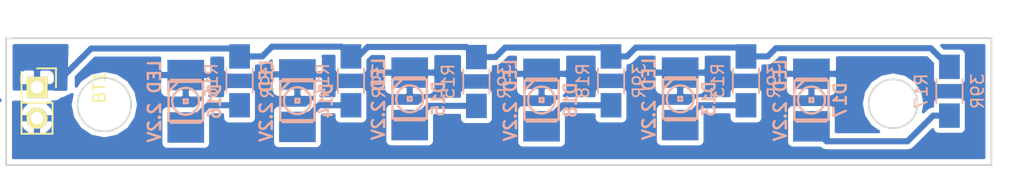
<source format=kicad_pcb>
(kicad_pcb (version 4) (host pcbnew "(2014-jul-16 BZR unknown)-product")

  (general
    (links 18)
    (no_connects 0)
    (area 116.225 86.75 200.150001 101.100001)
    (thickness 1.6)
    (drawings 8)
    (tracks 48)
    (zones 0)
    (modules 13)
    (nets 9)
  )

  (page A4)
  (layers
    (0 F.Cu signal)
    (31 B.Cu signal)
    (32 B.Adhes user)
    (33 F.Adhes user)
    (34 B.Paste user)
    (35 F.Paste user)
    (36 B.SilkS user)
    (37 F.SilkS user)
    (38 B.Mask user)
    (39 F.Mask user)
    (40 Dwgs.User user)
    (41 Cmts.User user)
    (42 Eco1.User user)
    (43 Eco2.User user)
    (44 Edge.Cuts user)
    (45 Margin user)
    (46 B.CrtYd user)
    (47 F.CrtYd user)
    (48 B.Fab user)
    (49 F.Fab user)
  )

  (setup
    (last_trace_width 0.254)
    (user_trace_width 0.5)
    (trace_clearance 0.254)
    (zone_clearance 0.4064)
    (zone_45_only no)
    (trace_min 0.254)
    (segment_width 0.2)
    (edge_width 0.15)
    (via_size 0.889)
    (via_drill 0.635)
    (via_min_size 0.889)
    (via_min_drill 0.508)
    (uvia_size 0.508)
    (uvia_drill 0.127)
    (uvias_allowed no)
    (uvia_min_size 0.508)
    (uvia_min_drill 0.127)
    (pcb_text_width 0.3)
    (pcb_text_size 1 1)
    (mod_edge_width 0.15)
    (mod_text_size 1 1)
    (mod_text_width 0.15)
    (pad_size 2 1.7)
    (pad_drill 0)
    (pad_to_mask_clearance 0)
    (aux_axis_origin 0 0)
    (visible_elements FFFCEF7F)
    (pcbplotparams
      (layerselection 0x00030_80000001)
      (usegerberextensions false)
      (excludeedgelayer true)
      (linewidth 0.350000)
      (plotframeref false)
      (viasonmask false)
      (mode 1)
      (useauxorigin false)
      (hpglpennumber 1)
      (hpglpenspeed 20)
      (hpglpendiameter 15)
      (hpglpenoverlay 2)
      (psnegative false)
      (psa4output false)
      (plotreference true)
      (plotvalue true)
      (plotinvisibletext false)
      (padsonsilk false)
      (subtractmaskfromsilk false)
      (outputformat 1)
      (mirror false)
      (drillshape 1)
      (scaleselection 1)
      (outputdirectory ""))
  )

  (net 0 "")
  (net 1 VCC)
  (net 2 GND)
  (net 3 "Net-(D13-Pad1)")
  (net 4 "Net-(D14-Pad1)")
  (net 5 "Net-(D15-Pad1)")
  (net 6 "Net-(D16-Pad1)")
  (net 7 "Net-(D17-Pad1)")
  (net 8 "Net-(D18-Pad1)")

  (net_class Default "This is the default net class."
    (clearance 0.254)
    (trace_width 0.254)
    (via_dia 0.889)
    (via_drill 0.635)
    (uvia_dia 0.508)
    (uvia_drill 0.127)
  )

  (net_class Parek ""
    (clearance 0.4)
    (trace_width 0.5)
    (via_dia 0.889)
    (via_drill 0.635)
    (uvia_dia 0.508)
    (uvia_drill 0.127)
    (add_net GND)
    (add_net "Net-(D13-Pad1)")
    (add_net "Net-(D14-Pad1)")
    (add_net "Net-(D15-Pad1)")
    (add_net "Net-(D16-Pad1)")
    (add_net "Net-(D17-Pad1)")
    (add_net "Net-(D18-Pad1)")
    (add_net VCC)
  )

  (module Pin_Headers:Pin_Header_Straight_2x01 placed (layer F.Cu) (tedit 54EC6FFC) (tstamp 54ECE03F)
    (at 119.25 93.95 270)
    (descr "Through hole pin header")
    (tags "pin header")
    (path /54EC7022)
    (fp_text reference BT1 (at 0 -5.1 270) (layer F.SilkS)
      (effects (font (size 1 1) (thickness 0.15)))
    )
    (fp_text value BATTERY (at 0 -3.1 270) (layer F.SilkS) hide
      (effects (font (size 1 1) (thickness 0.15)))
    )
    (fp_line (start -1.75 -1.75) (end -1.75 1.75) (layer F.CrtYd) (width 0.05))
    (fp_line (start 4.3 -1.75) (end 4.3 1.75) (layer F.CrtYd) (width 0.05))
    (fp_line (start -1.75 -1.75) (end 4.3 -1.75) (layer F.CrtYd) (width 0.05))
    (fp_line (start -1.75 1.75) (end 4.3 1.75) (layer F.CrtYd) (width 0.05))
    (fp_line (start -1.55 0) (end -1.55 -1.55) (layer F.SilkS) (width 0.15))
    (fp_line (start 0 -1.55) (end -1.55 -1.55) (layer F.SilkS) (width 0.15))
    (fp_line (start -1.27 1.27) (end 1.27 1.27) (layer F.SilkS) (width 0.15))
    (fp_line (start 3.81 -1.27) (end 1.27 -1.27) (layer F.SilkS) (width 0.15))
    (fp_line (start 1.27 -1.27) (end 1.27 1.27) (layer F.SilkS) (width 0.15))
    (fp_line (start 1.27 1.27) (end 3.81 1.27) (layer F.SilkS) (width 0.15))
    (fp_line (start 3.81 1.27) (end 3.81 -1.27) (layer F.SilkS) (width 0.15))
    (pad 1 thru_hole rect (at 0 0 270) (size 1.7272 1.7272) (drill 1.016) (layers *.Cu *.Mask F.SilkS)
      (net 1 VCC))
    (pad 2 thru_hole oval (at 2.54 0 270) (size 1.7272 1.7272) (drill 1.016) (layers *.Cu *.Mask F.SilkS)
      (net 2 GND))
    (model Pin_Headers/Pin_Header_Straight_2x01.wrl
      (at (xyz 0.05 0 0))
      (scale (xyz 1 1 1))
      (rotate (xyz 0 0 90))
    )
  )

  (module "Parek modules:LED-3528" placed (layer B.Cu) (tedit 54E3AD8C) (tstamp 54EC7037)
    (at 171.8 94.9 90)
    (path /54E11C35)
    (fp_text reference D13 (at 0 2.35 90) (layer B.SilkS)
      (effects (font (size 1 1) (thickness 0.2)) (justify mirror))
    )
    (fp_text value "LED 2.2V" (at 0 -2.55 90) (layer B.SilkS)
      (effects (font (size 1 1) (thickness 0.2)) (justify mirror))
    )
    (fp_line (start -0.15 0.15) (end -0.15 -0.15) (layer B.SilkS) (width 0.2))
    (fp_line (start -0.15 -0.15) (end 0.15 -0.15) (layer B.SilkS) (width 0.2))
    (fp_line (start 0.15 -0.15) (end 0.15 0.15) (layer B.SilkS) (width 0.2))
    (fp_line (start 0.15 0.15) (end -0.15 0.15) (layer B.SilkS) (width 0.2))
    (fp_line (start 1.6 -0.6) (end 0.8 -1.4) (layer B.SilkS) (width 0.2))
    (fp_circle (center 0 0) (end 0 1.1) (layer B.SilkS) (width 0.2))
    (fp_line (start 1.6 1.2) (end 1.75 1.2) (layer B.SilkS) (width 0.2))
    (fp_line (start 1.75 1.2) (end 1.75 -1.2) (layer B.SilkS) (width 0.2))
    (fp_line (start 1.75 -1.2) (end 1.6 -1.2) (layer B.SilkS) (width 0.2))
    (fp_line (start -1.6 1.2) (end -1.75 1.2) (layer B.SilkS) (width 0.2))
    (fp_line (start -1.75 1.2) (end -1.75 -1.2) (layer B.SilkS) (width 0.2))
    (fp_line (start -1.75 -1.2) (end -1.6 -1.2) (layer B.SilkS) (width 0.2))
    (fp_line (start -1.6 1.4) (end 1.6 1.4) (layer B.SilkS) (width 0.2))
    (fp_line (start 1.6 1.4) (end 1.6 -1.4) (layer B.SilkS) (width 0.2))
    (fp_line (start 1.6 -1.4) (end -1.6 -1.4) (layer B.SilkS) (width 0.2))
    (fp_line (start -1.6 -1.4) (end -1.6 1.4) (layer B.SilkS) (width 0.2))
    (pad 1 smd rect (at -2.15 0 90) (size 2.5 3) (layers B.Cu B.Paste B.Mask)
      (net 3 "Net-(D13-Pad1)"))
    (pad 2 smd rect (at 2.15 0 90) (size 2.5 3) (layers B.Cu B.Paste B.Mask)
      (net 2 GND))
  )

  (module "Parek modules:LED-3528" placed (layer B.Cu) (tedit 54E3AD8C) (tstamp 54EC703D)
    (at 140.525 95.05 90)
    (path /54E11913)
    (fp_text reference D14 (at 0 2.35 90) (layer B.SilkS)
      (effects (font (size 1 1) (thickness 0.2)) (justify mirror))
    )
    (fp_text value "LED 2.2V" (at 0 -2.55 90) (layer B.SilkS)
      (effects (font (size 1 1) (thickness 0.2)) (justify mirror))
    )
    (fp_line (start -0.15 0.15) (end -0.15 -0.15) (layer B.SilkS) (width 0.2))
    (fp_line (start -0.15 -0.15) (end 0.15 -0.15) (layer B.SilkS) (width 0.2))
    (fp_line (start 0.15 -0.15) (end 0.15 0.15) (layer B.SilkS) (width 0.2))
    (fp_line (start 0.15 0.15) (end -0.15 0.15) (layer B.SilkS) (width 0.2))
    (fp_line (start 1.6 -0.6) (end 0.8 -1.4) (layer B.SilkS) (width 0.2))
    (fp_circle (center 0 0) (end 0 1.1) (layer B.SilkS) (width 0.2))
    (fp_line (start 1.6 1.2) (end 1.75 1.2) (layer B.SilkS) (width 0.2))
    (fp_line (start 1.75 1.2) (end 1.75 -1.2) (layer B.SilkS) (width 0.2))
    (fp_line (start 1.75 -1.2) (end 1.6 -1.2) (layer B.SilkS) (width 0.2))
    (fp_line (start -1.6 1.2) (end -1.75 1.2) (layer B.SilkS) (width 0.2))
    (fp_line (start -1.75 1.2) (end -1.75 -1.2) (layer B.SilkS) (width 0.2))
    (fp_line (start -1.75 -1.2) (end -1.6 -1.2) (layer B.SilkS) (width 0.2))
    (fp_line (start -1.6 1.4) (end 1.6 1.4) (layer B.SilkS) (width 0.2))
    (fp_line (start 1.6 1.4) (end 1.6 -1.4) (layer B.SilkS) (width 0.2))
    (fp_line (start 1.6 -1.4) (end -1.6 -1.4) (layer B.SilkS) (width 0.2))
    (fp_line (start -1.6 -1.4) (end -1.6 1.4) (layer B.SilkS) (width 0.2))
    (pad 1 smd rect (at -2.15 0 90) (size 2.5 3) (layers B.Cu B.Paste B.Mask)
      (net 4 "Net-(D14-Pad1)"))
    (pad 2 smd rect (at 2.15 0 90) (size 2.5 3) (layers B.Cu B.Paste B.Mask)
      (net 2 GND))
  )

  (module "Parek modules:LED-3528" placed (layer B.Cu) (tedit 54E3AD8C) (tstamp 54EC7043)
    (at 149.7 94.9 90)
    (path /54E11D0D)
    (fp_text reference D15 (at 0 2.35 90) (layer B.SilkS)
      (effects (font (size 1 1) (thickness 0.2)) (justify mirror))
    )
    (fp_text value "LED 2.2V" (at 0 -2.55 90) (layer B.SilkS)
      (effects (font (size 1 1) (thickness 0.2)) (justify mirror))
    )
    (fp_line (start -0.15 0.15) (end -0.15 -0.15) (layer B.SilkS) (width 0.2))
    (fp_line (start -0.15 -0.15) (end 0.15 -0.15) (layer B.SilkS) (width 0.2))
    (fp_line (start 0.15 -0.15) (end 0.15 0.15) (layer B.SilkS) (width 0.2))
    (fp_line (start 0.15 0.15) (end -0.15 0.15) (layer B.SilkS) (width 0.2))
    (fp_line (start 1.6 -0.6) (end 0.8 -1.4) (layer B.SilkS) (width 0.2))
    (fp_circle (center 0 0) (end 0 1.1) (layer B.SilkS) (width 0.2))
    (fp_line (start 1.6 1.2) (end 1.75 1.2) (layer B.SilkS) (width 0.2))
    (fp_line (start 1.75 1.2) (end 1.75 -1.2) (layer B.SilkS) (width 0.2))
    (fp_line (start 1.75 -1.2) (end 1.6 -1.2) (layer B.SilkS) (width 0.2))
    (fp_line (start -1.6 1.2) (end -1.75 1.2) (layer B.SilkS) (width 0.2))
    (fp_line (start -1.75 1.2) (end -1.75 -1.2) (layer B.SilkS) (width 0.2))
    (fp_line (start -1.75 -1.2) (end -1.6 -1.2) (layer B.SilkS) (width 0.2))
    (fp_line (start -1.6 1.4) (end 1.6 1.4) (layer B.SilkS) (width 0.2))
    (fp_line (start 1.6 1.4) (end 1.6 -1.4) (layer B.SilkS) (width 0.2))
    (fp_line (start 1.6 -1.4) (end -1.6 -1.4) (layer B.SilkS) (width 0.2))
    (fp_line (start -1.6 -1.4) (end -1.6 1.4) (layer B.SilkS) (width 0.2))
    (pad 1 smd rect (at -2.15 0 90) (size 2.5 3) (layers B.Cu B.Paste B.Mask)
      (net 5 "Net-(D15-Pad1)"))
    (pad 2 smd rect (at 2.15 0 90) (size 2.5 3) (layers B.Cu B.Paste B.Mask)
      (net 2 GND))
  )

  (module "Parek modules:LED-3528" placed (layer B.Cu) (tedit 54E3AD8C) (tstamp 54EC7049)
    (at 131.4 95.1 90)
    (path /54E11D01)
    (fp_text reference D16 (at 0 2.35 90) (layer B.SilkS)
      (effects (font (size 1 1) (thickness 0.2)) (justify mirror))
    )
    (fp_text value "LED 2.2V" (at 0 -2.55 90) (layer B.SilkS)
      (effects (font (size 1 1) (thickness 0.2)) (justify mirror))
    )
    (fp_line (start -0.15 0.15) (end -0.15 -0.15) (layer B.SilkS) (width 0.2))
    (fp_line (start -0.15 -0.15) (end 0.15 -0.15) (layer B.SilkS) (width 0.2))
    (fp_line (start 0.15 -0.15) (end 0.15 0.15) (layer B.SilkS) (width 0.2))
    (fp_line (start 0.15 0.15) (end -0.15 0.15) (layer B.SilkS) (width 0.2))
    (fp_line (start 1.6 -0.6) (end 0.8 -1.4) (layer B.SilkS) (width 0.2))
    (fp_circle (center 0 0) (end 0 1.1) (layer B.SilkS) (width 0.2))
    (fp_line (start 1.6 1.2) (end 1.75 1.2) (layer B.SilkS) (width 0.2))
    (fp_line (start 1.75 1.2) (end 1.75 -1.2) (layer B.SilkS) (width 0.2))
    (fp_line (start 1.75 -1.2) (end 1.6 -1.2) (layer B.SilkS) (width 0.2))
    (fp_line (start -1.6 1.2) (end -1.75 1.2) (layer B.SilkS) (width 0.2))
    (fp_line (start -1.75 1.2) (end -1.75 -1.2) (layer B.SilkS) (width 0.2))
    (fp_line (start -1.75 -1.2) (end -1.6 -1.2) (layer B.SilkS) (width 0.2))
    (fp_line (start -1.6 1.4) (end 1.6 1.4) (layer B.SilkS) (width 0.2))
    (fp_line (start 1.6 1.4) (end 1.6 -1.4) (layer B.SilkS) (width 0.2))
    (fp_line (start 1.6 -1.4) (end -1.6 -1.4) (layer B.SilkS) (width 0.2))
    (fp_line (start -1.6 -1.4) (end -1.6 1.4) (layer B.SilkS) (width 0.2))
    (pad 1 smd rect (at -2.15 0 90) (size 2.5 3) (layers B.Cu B.Paste B.Mask)
      (net 6 "Net-(D16-Pad1)"))
    (pad 2 smd rect (at 2.15 0 90) (size 2.5 3) (layers B.Cu B.Paste B.Mask)
      (net 2 GND))
  )

  (module "Parek modules:LED-3528" placed (layer B.Cu) (tedit 54E3AD8C) (tstamp 54EC704F)
    (at 182.525 95 90)
    (path /54E11DF1)
    (fp_text reference D17 (at 0 2.35 90) (layer B.SilkS)
      (effects (font (size 1 1) (thickness 0.2)) (justify mirror))
    )
    (fp_text value "LED 2.2V" (at 0 -2.55 90) (layer B.SilkS)
      (effects (font (size 1 1) (thickness 0.2)) (justify mirror))
    )
    (fp_line (start -0.15 0.15) (end -0.15 -0.15) (layer B.SilkS) (width 0.2))
    (fp_line (start -0.15 -0.15) (end 0.15 -0.15) (layer B.SilkS) (width 0.2))
    (fp_line (start 0.15 -0.15) (end 0.15 0.15) (layer B.SilkS) (width 0.2))
    (fp_line (start 0.15 0.15) (end -0.15 0.15) (layer B.SilkS) (width 0.2))
    (fp_line (start 1.6 -0.6) (end 0.8 -1.4) (layer B.SilkS) (width 0.2))
    (fp_circle (center 0 0) (end 0 1.1) (layer B.SilkS) (width 0.2))
    (fp_line (start 1.6 1.2) (end 1.75 1.2) (layer B.SilkS) (width 0.2))
    (fp_line (start 1.75 1.2) (end 1.75 -1.2) (layer B.SilkS) (width 0.2))
    (fp_line (start 1.75 -1.2) (end 1.6 -1.2) (layer B.SilkS) (width 0.2))
    (fp_line (start -1.6 1.2) (end -1.75 1.2) (layer B.SilkS) (width 0.2))
    (fp_line (start -1.75 1.2) (end -1.75 -1.2) (layer B.SilkS) (width 0.2))
    (fp_line (start -1.75 -1.2) (end -1.6 -1.2) (layer B.SilkS) (width 0.2))
    (fp_line (start -1.6 1.4) (end 1.6 1.4) (layer B.SilkS) (width 0.2))
    (fp_line (start 1.6 1.4) (end 1.6 -1.4) (layer B.SilkS) (width 0.2))
    (fp_line (start 1.6 -1.4) (end -1.6 -1.4) (layer B.SilkS) (width 0.2))
    (fp_line (start -1.6 -1.4) (end -1.6 1.4) (layer B.SilkS) (width 0.2))
    (pad 1 smd rect (at -2.15 0 90) (size 2.5 3) (layers B.Cu B.Paste B.Mask)
      (net 7 "Net-(D17-Pad1)"))
    (pad 2 smd rect (at 2.15 0 90) (size 2.5 3) (layers B.Cu B.Paste B.Mask)
      (net 2 GND))
  )

  (module "Parek modules:LED-3528" placed (layer B.Cu) (tedit 54E3AD8C) (tstamp 54EC7055)
    (at 160.475 95 90)
    (path /54E11DE5)
    (fp_text reference D18 (at 0 2.35 90) (layer B.SilkS)
      (effects (font (size 1 1) (thickness 0.2)) (justify mirror))
    )
    (fp_text value "LED 2.2V" (at 0 -2.55 90) (layer B.SilkS)
      (effects (font (size 1 1) (thickness 0.2)) (justify mirror))
    )
    (fp_line (start -0.15 0.15) (end -0.15 -0.15) (layer B.SilkS) (width 0.2))
    (fp_line (start -0.15 -0.15) (end 0.15 -0.15) (layer B.SilkS) (width 0.2))
    (fp_line (start 0.15 -0.15) (end 0.15 0.15) (layer B.SilkS) (width 0.2))
    (fp_line (start 0.15 0.15) (end -0.15 0.15) (layer B.SilkS) (width 0.2))
    (fp_line (start 1.6 -0.6) (end 0.8 -1.4) (layer B.SilkS) (width 0.2))
    (fp_circle (center 0 0) (end 0 1.1) (layer B.SilkS) (width 0.2))
    (fp_line (start 1.6 1.2) (end 1.75 1.2) (layer B.SilkS) (width 0.2))
    (fp_line (start 1.75 1.2) (end 1.75 -1.2) (layer B.SilkS) (width 0.2))
    (fp_line (start 1.75 -1.2) (end 1.6 -1.2) (layer B.SilkS) (width 0.2))
    (fp_line (start -1.6 1.2) (end -1.75 1.2) (layer B.SilkS) (width 0.2))
    (fp_line (start -1.75 1.2) (end -1.75 -1.2) (layer B.SilkS) (width 0.2))
    (fp_line (start -1.75 -1.2) (end -1.6 -1.2) (layer B.SilkS) (width 0.2))
    (fp_line (start -1.6 1.4) (end 1.6 1.4) (layer B.SilkS) (width 0.2))
    (fp_line (start 1.6 1.4) (end 1.6 -1.4) (layer B.SilkS) (width 0.2))
    (fp_line (start 1.6 -1.4) (end -1.6 -1.4) (layer B.SilkS) (width 0.2))
    (fp_line (start -1.6 -1.4) (end -1.6 1.4) (layer B.SilkS) (width 0.2))
    (pad 1 smd rect (at -2.15 0 90) (size 2.5 3) (layers B.Cu B.Paste B.Mask)
      (net 8 "Net-(D18-Pad1)"))
    (pad 2 smd rect (at 2.15 0 90) (size 2.5 3) (layers B.Cu B.Paste B.Mask)
      (net 2 GND))
  )

  (module Resistors_SMD:R_1206_HandSoldering (layer B.Cu) (tedit 5418A20D) (tstamp 54EC705B)
    (at 177.175 93.425 270)
    (descr "Resistor SMD 1206, hand soldering")
    (tags "resistor 1206")
    (path /54E11C3B)
    (attr smd)
    (fp_text reference R13 (at 0 2.3 270) (layer B.SilkS)
      (effects (font (size 1 1) (thickness 0.15)) (justify mirror))
    )
    (fp_text value 39R (at 0 -2.3 270) (layer B.SilkS)
      (effects (font (size 1 1) (thickness 0.15)) (justify mirror))
    )
    (fp_line (start -3.3 1.2) (end 3.3 1.2) (layer B.CrtYd) (width 0.05))
    (fp_line (start -3.3 -1.2) (end 3.3 -1.2) (layer B.CrtYd) (width 0.05))
    (fp_line (start -3.3 1.2) (end -3.3 -1.2) (layer B.CrtYd) (width 0.05))
    (fp_line (start 3.3 1.2) (end 3.3 -1.2) (layer B.CrtYd) (width 0.05))
    (fp_line (start 1 -1.075) (end -1 -1.075) (layer B.SilkS) (width 0.15))
    (fp_line (start -1 1.075) (end 1 1.075) (layer B.SilkS) (width 0.15))
    (pad 1 smd rect (at -2 0 270) (size 2 1.7) (layers B.Cu B.Paste B.Mask)
      (net 1 VCC))
    (pad 2 smd rect (at 2 0 270) (size 2 1.7) (layers B.Cu B.Paste B.Mask)
      (net 3 "Net-(D13-Pad1)"))
    (model Resistors_SMD/R_1206_HandSoldering.wrl
      (at (xyz 0 0 0))
      (scale (xyz 1 1 1))
      (rotate (xyz 0 0 0))
    )
  )

  (module Resistors_SMD:R_1206_HandSoldering (layer B.Cu) (tedit 5418A20D) (tstamp 54EC7061)
    (at 144.9 93.425 270)
    (descr "Resistor SMD 1206, hand soldering")
    (tags "resistor 1206")
    (path /54E11987)
    (attr smd)
    (fp_text reference R14 (at 0 2.3 270) (layer B.SilkS)
      (effects (font (size 1 1) (thickness 0.15)) (justify mirror))
    )
    (fp_text value 39R (at 0 -2.3 270) (layer B.SilkS)
      (effects (font (size 1 1) (thickness 0.15)) (justify mirror))
    )
    (fp_line (start -3.3 1.2) (end 3.3 1.2) (layer B.CrtYd) (width 0.05))
    (fp_line (start -3.3 -1.2) (end 3.3 -1.2) (layer B.CrtYd) (width 0.05))
    (fp_line (start -3.3 1.2) (end -3.3 -1.2) (layer B.CrtYd) (width 0.05))
    (fp_line (start 3.3 1.2) (end 3.3 -1.2) (layer B.CrtYd) (width 0.05))
    (fp_line (start 1 -1.075) (end -1 -1.075) (layer B.SilkS) (width 0.15))
    (fp_line (start -1 1.075) (end 1 1.075) (layer B.SilkS) (width 0.15))
    (pad 1 smd rect (at -2 0 270) (size 2 1.7) (layers B.Cu B.Paste B.Mask)
      (net 1 VCC))
    (pad 2 smd rect (at 2 0 270) (size 2 1.7) (layers B.Cu B.Paste B.Mask)
      (net 4 "Net-(D14-Pad1)"))
    (model Resistors_SMD/R_1206_HandSoldering.wrl
      (at (xyz 0 0 0))
      (scale (xyz 1 1 1))
      (rotate (xyz 0 0 0))
    )
  )

  (module Resistors_SMD:R_1206_HandSoldering (layer B.Cu) (tedit 5418A20D) (tstamp 54ECE1A9)
    (at 155.15 93.475 270)
    (descr "Resistor SMD 1206, hand soldering")
    (tags "resistor 1206")
    (path /54E11D13)
    (attr smd)
    (fp_text reference R15 (at 0 2.3 270) (layer B.SilkS)
      (effects (font (size 1 1) (thickness 0.15)) (justify mirror))
    )
    (fp_text value 39R (at 0 -2.3 270) (layer B.SilkS)
      (effects (font (size 1 1) (thickness 0.15)) (justify mirror))
    )
    (fp_line (start -3.3 1.2) (end 3.3 1.2) (layer B.CrtYd) (width 0.05))
    (fp_line (start -3.3 -1.2) (end 3.3 -1.2) (layer B.CrtYd) (width 0.05))
    (fp_line (start -3.3 1.2) (end -3.3 -1.2) (layer B.CrtYd) (width 0.05))
    (fp_line (start 3.3 1.2) (end 3.3 -1.2) (layer B.CrtYd) (width 0.05))
    (fp_line (start 1 -1.075) (end -1 -1.075) (layer B.SilkS) (width 0.15))
    (fp_line (start -1 1.075) (end 1 1.075) (layer B.SilkS) (width 0.15))
    (pad 1 smd rect (at -2 0 270) (size 2 1.7) (layers B.Cu B.Paste B.Mask)
      (net 1 VCC))
    (pad 2 smd rect (at 2 0 270) (size 2 1.7) (layers B.Cu B.Paste B.Mask)
      (net 5 "Net-(D15-Pad1)"))
    (model Resistors_SMD/R_1206_HandSoldering.wrl
      (at (xyz 0 0 0))
      (scale (xyz 1 1 1))
      (rotate (xyz 0 0 0))
    )
  )

  (module Resistors_SMD:R_1206_HandSoldering (layer B.Cu) (tedit 5418A20D) (tstamp 54EC706D)
    (at 135.8 93.425 270)
    (descr "Resistor SMD 1206, hand soldering")
    (tags "resistor 1206")
    (path /54E11D07)
    (attr smd)
    (fp_text reference R16 (at 0 2.3 270) (layer B.SilkS)
      (effects (font (size 1 1) (thickness 0.15)) (justify mirror))
    )
    (fp_text value 39R (at 0 -2.3 270) (layer B.SilkS)
      (effects (font (size 1 1) (thickness 0.15)) (justify mirror))
    )
    (fp_line (start -3.3 1.2) (end 3.3 1.2) (layer B.CrtYd) (width 0.05))
    (fp_line (start -3.3 -1.2) (end 3.3 -1.2) (layer B.CrtYd) (width 0.05))
    (fp_line (start -3.3 1.2) (end -3.3 -1.2) (layer B.CrtYd) (width 0.05))
    (fp_line (start 3.3 1.2) (end 3.3 -1.2) (layer B.CrtYd) (width 0.05))
    (fp_line (start 1 -1.075) (end -1 -1.075) (layer B.SilkS) (width 0.15))
    (fp_line (start -1 1.075) (end 1 1.075) (layer B.SilkS) (width 0.15))
    (pad 1 smd rect (at -2 0 270) (size 2 1.7) (layers B.Cu B.Paste B.Mask)
      (net 1 VCC))
    (pad 2 smd rect (at 2 0 270) (size 2 1.7) (layers B.Cu B.Paste B.Mask)
      (net 6 "Net-(D16-Pad1)"))
    (model Resistors_SMD/R_1206_HandSoldering.wrl
      (at (xyz 0 0 0))
      (scale (xyz 1 1 1))
      (rotate (xyz 0 0 0))
    )
  )

  (module Resistors_SMD:R_1206_HandSoldering (layer B.Cu) (tedit 5418A20D) (tstamp 54EC7073)
    (at 193.8 94.275 270)
    (descr "Resistor SMD 1206, hand soldering")
    (tags "resistor 1206")
    (path /54E11DF7)
    (attr smd)
    (fp_text reference R17 (at 0 2.3 270) (layer B.SilkS)
      (effects (font (size 1 1) (thickness 0.15)) (justify mirror))
    )
    (fp_text value 39R (at 0 -2.3 270) (layer B.SilkS)
      (effects (font (size 1 1) (thickness 0.15)) (justify mirror))
    )
    (fp_line (start -3.3 1.2) (end 3.3 1.2) (layer B.CrtYd) (width 0.05))
    (fp_line (start -3.3 -1.2) (end 3.3 -1.2) (layer B.CrtYd) (width 0.05))
    (fp_line (start -3.3 1.2) (end -3.3 -1.2) (layer B.CrtYd) (width 0.05))
    (fp_line (start 3.3 1.2) (end 3.3 -1.2) (layer B.CrtYd) (width 0.05))
    (fp_line (start 1 -1.075) (end -1 -1.075) (layer B.SilkS) (width 0.15))
    (fp_line (start -1 1.075) (end 1 1.075) (layer B.SilkS) (width 0.15))
    (pad 1 smd rect (at -2 0 270) (size 2 1.7) (layers B.Cu B.Paste B.Mask)
      (net 1 VCC))
    (pad 2 smd rect (at 2 0 270) (size 2 1.7) (layers B.Cu B.Paste B.Mask)
      (net 7 "Net-(D17-Pad1)"))
    (model Resistors_SMD/R_1206_HandSoldering.wrl
      (at (xyz 0 0 0))
      (scale (xyz 1 1 1))
      (rotate (xyz 0 0 0))
    )
  )

  (module Resistors_SMD:R_1206_HandSoldering (layer B.Cu) (tedit 5418A20D) (tstamp 54ECDD92)
    (at 166.15 93.425 270)
    (descr "Resistor SMD 1206, hand soldering")
    (tags "resistor 1206")
    (path /54E11DEB)
    (attr smd)
    (fp_text reference R18 (at 0 2.3 270) (layer B.SilkS)
      (effects (font (size 1 1) (thickness 0.15)) (justify mirror))
    )
    (fp_text value 39R (at 0 -2.3 270) (layer B.SilkS)
      (effects (font (size 1 1) (thickness 0.15)) (justify mirror))
    )
    (fp_line (start -3.3 1.2) (end 3.3 1.2) (layer B.CrtYd) (width 0.05))
    (fp_line (start -3.3 -1.2) (end 3.3 -1.2) (layer B.CrtYd) (width 0.05))
    (fp_line (start -3.3 1.2) (end -3.3 -1.2) (layer B.CrtYd) (width 0.05))
    (fp_line (start 3.3 1.2) (end 3.3 -1.2) (layer B.CrtYd) (width 0.05))
    (fp_line (start 1 -1.075) (end -1 -1.075) (layer B.SilkS) (width 0.15))
    (fp_line (start -1 1.075) (end 1 1.075) (layer B.SilkS) (width 0.15))
    (pad 1 smd rect (at -2 0 270) (size 2 1.7) (layers B.Cu B.Paste B.Mask)
      (net 1 VCC))
    (pad 2 smd rect (at 2 0 270) (size 2 1.7) (layers B.Cu B.Paste B.Mask)
      (net 8 "Net-(D18-Pad1)"))
    (model Resistors_SMD/R_1206_HandSoldering.wrl
      (at (xyz 0 0 0))
      (scale (xyz 1 1 1))
      (rotate (xyz 0 0 0))
    )
  )

  (gr_circle (center 189.2 95.3) (end 189.2 97.3) (layer Edge.Cuts) (width 0.15))
  (gr_circle (center 124.75 95.375) (end 125.7 97.35) (layer Edge.Cuts) (width 0.15))
  (gr_line (start 116.725 89.95) (end 117.325 89.95) (angle 90) (layer Edge.Cuts) (width 0.15))
  (gr_line (start 116.725 93.775) (end 116.725 89.95) (angle 90) (layer Edge.Cuts) (width 0.15))
  (gr_line (start 116.725 100.325) (end 116.725 93.775) (angle 90) (layer Edge.Cuts) (width 0.15))
  (gr_line (start 197.225 100.325) (end 116.725 100.325) (angle 90) (layer Edge.Cuts) (width 0.15))
  (gr_line (start 197.225 89.925) (end 197.225 100.325) (angle 90) (layer Edge.Cuts) (width 0.15))
  (gr_line (start 117.1 89.925) (end 197.225 89.925) (angle 90) (layer Edge.Cuts) (width 0.15))

  (segment (start 177.175 91.425) (end 178.95 91.425) (width 0.5) (layer B.Cu) (net 1))
  (segment (start 192.275 90.75) (end 193.8 92.275) (width 0.5) (layer B.Cu) (net 1) (tstamp 54ECE30E))
  (segment (start 179.625 90.75) (end 192.275 90.75) (width 0.5) (layer B.Cu) (net 1) (tstamp 54ECE30D))
  (segment (start 178.95 91.425) (end 179.625 90.75) (width 0.5) (layer B.Cu) (net 1) (tstamp 54ECE30C))
  (segment (start 166.15 91.425) (end 167.45 91.425) (width 0.5) (layer B.Cu) (net 1))
  (segment (start 168.175 90.7) (end 176.45 90.7) (width 0.5) (layer B.Cu) (net 1) (tstamp 54ECE308))
  (segment (start 167.45 91.425) (end 168.175 90.7) (width 0.5) (layer B.Cu) (net 1) (tstamp 54ECE307))
  (segment (start 176.45 90.7) (end 177.175 91.425) (width 0.5) (layer B.Cu) (net 1) (tstamp 54ECE309))
  (segment (start 155.15 91.475) (end 156.725 91.475) (width 0.5) (layer B.Cu) (net 1))
  (segment (start 157.5 90.7) (end 165.425 90.7) (width 0.5) (layer B.Cu) (net 1) (tstamp 54ECE303))
  (segment (start 156.725 91.475) (end 157.5 90.7) (width 0.5) (layer B.Cu) (net 1) (tstamp 54ECE302))
  (segment (start 165.425 90.7) (end 166.15 91.425) (width 0.5) (layer B.Cu) (net 1) (tstamp 54ECE304))
  (segment (start 144.9 91.425) (end 145.5 91.425) (width 0.5) (layer B.Cu) (net 1))
  (segment (start 145.5 91.425) (end 146.275 90.65) (width 0.5) (layer B.Cu) (net 1) (tstamp 54ECE2FD))
  (segment (start 146.275 90.65) (end 154.325 90.65) (width 0.5) (layer B.Cu) (net 1) (tstamp 54ECE2FE))
  (segment (start 154.325 90.65) (end 155.15 91.475) (width 0.5) (layer B.Cu) (net 1) (tstamp 54ECE2FF))
  (segment (start 135.8 91.425) (end 137.65 91.425) (width 0.5) (layer B.Cu) (net 1))
  (segment (start 138.45 90.625) (end 144.1 90.625) (width 0.5) (layer B.Cu) (net 1) (tstamp 54ECE2F7))
  (segment (start 137.65 91.425) (end 138.45 90.625) (width 0.5) (layer B.Cu) (net 1) (tstamp 54ECE2F6))
  (segment (start 144.1 90.625) (end 144.9 91.425) (width 0.5) (layer B.Cu) (net 1) (tstamp 54ECE2F8))
  (segment (start 119.25 93.95) (end 120.5 93.95) (width 0.5) (layer B.Cu) (net 1))
  (segment (start 123.675 90.775) (end 135.15 90.775) (width 0.5) (layer B.Cu) (net 1) (tstamp 54ECE2F1))
  (segment (start 120.5 93.95) (end 123.675 90.775) (width 0.5) (layer B.Cu) (net 1) (tstamp 54ECE2F0))
  (segment (start 135.15 90.775) (end 135.8 91.425) (width 0.5) (layer B.Cu) (net 1) (tstamp 54ECE2F3))
  (segment (start 119.25 93.95) (end 119.325 93.95) (width 0.5) (layer B.Cu) (net 1) (status 30))
  (segment (start 182.575 92.45) (end 182.55 92.45) (width 0.5) (layer B.Cu) (net 2) (tstamp 54ECDF31))
  (segment (start 182.825 92.2) (end 182.575 92.45) (width 0.5) (layer B.Cu) (net 2) (tstamp 54ECDF30))
  (segment (start 149.925 92.425) (end 149.875 92.475) (width 0.5) (layer B.Cu) (net 2) (tstamp 54ECDFCE))
  (segment (start 177.175 95.425) (end 173.425 95.425) (width 0.5) (layer B.Cu) (net 3))
  (segment (start 173.425 95.425) (end 171.8 97.05) (width 0.5) (layer B.Cu) (net 3) (tstamp 54ECE317))
  (segment (start 177.125 95.35) (end 176.825 95.35) (width 0.5) (layer B.Cu) (net 3))
  (segment (start 144.9 95.425) (end 142.3 95.425) (width 0.5) (layer B.Cu) (net 4))
  (segment (start 142.3 95.425) (end 140.525 97.2) (width 0.5) (layer B.Cu) (net 4) (tstamp 54ECE321))
  (segment (start 144.975 95.6) (end 144.95 95.6) (width 0.5) (layer B.Cu) (net 4))
  (segment (start 155.15 95.475) (end 151.275 95.475) (width 0.5) (layer B.Cu) (net 5))
  (segment (start 151.275 95.475) (end 149.7 97.05) (width 0.5) (layer B.Cu) (net 5) (tstamp 54ECE31E))
  (segment (start 155.15 95.475) (end 154.375 95.475) (width 0.5) (layer B.Cu) (net 5))
  (segment (start 135.8 95.425) (end 133.225 95.425) (width 0.5) (layer B.Cu) (net 6))
  (segment (start 133.225 95.425) (end 131.4 97.25) (width 0.5) (layer B.Cu) (net 6) (tstamp 54ECE324))
  (segment (start 135.75 95.4) (end 135.425 95.4) (width 0.5) (layer B.Cu) (net 6))
  (segment (start 193.8 96.275) (end 192.475 96.275) (width 0.5) (layer B.Cu) (net 7))
  (segment (start 190.375 98.375) (end 183.75 98.375) (width 0.5) (layer B.Cu) (net 7) (tstamp 54ECE312))
  (segment (start 192.475 96.275) (end 190.375 98.375) (width 0.5) (layer B.Cu) (net 7) (tstamp 54ECE311))
  (segment (start 183.75 98.375) (end 182.525 97.15) (width 0.5) (layer B.Cu) (net 7) (tstamp 54ECE314))
  (segment (start 193.9 96.35) (end 193.9 96.15) (width 0.5) (layer B.Cu) (net 7))
  (segment (start 166.15 95.425) (end 162.2 95.425) (width 0.5) (layer B.Cu) (net 8))
  (segment (start 162.2 95.425) (end 160.475 97.15) (width 0.5) (layer B.Cu) (net 8) (tstamp 54ECE31A))
  (segment (start 166.05 95.375) (end 165.425 95.375) (width 0.5) (layer B.Cu) (net 8))

  (zone (net 1) (net_name VCC) (layer B.Cu) (tstamp 54ECE00E) (hatch edge 0.508)
    (connect_pads (clearance 0.3302))
    (min_thickness 0.254)
    (fill yes (arc_segments 16) (thermal_gap 0.508) (thermal_bridge_width 0.508))
    (polygon
      (pts
        (xy 121.325 94.9) (xy 121.25 94.9) (xy 121.250009 94.899546)
      )
    )
    (filled_polygon
      (pts
        (xy 121.325 94.9) (xy 121.25 94.9) (xy 121.250009 94.899546)
      )
    )
  )
  (zone (net 1) (net_name VCC) (layer B.Cu) (tstamp 54ECE339) (hatch edge 0.508)
    (connect_pads (clearance 0.4064))
    (min_thickness 0.254)
    (fill yes (arc_segments 16) (thermal_gap 0.508) (thermal_bridge_width 0.508))
    (polygon
      (pts
        (xy 117.25 90.775) (xy 117.25 94.225) (xy 121.725 94.25) (xy 121.85 89.675) (xy 117.2 89.65)
        (xy 117.25 90.75)
      )
    )
    (filled_polygon
      (pts
        (xy 121.699499 90.5334) (xy 121.601441 94.122308) (xy 120.7486 94.117543) (xy 120.7486 93.66425) (xy 120.7486 92.960091)
        (xy 120.651927 92.726702) (xy 120.473299 92.548073) (xy 120.23991 92.4514) (xy 119.987291 92.4514) (xy 119.53575 92.4514)
        (xy 119.377 92.61015) (xy 119.377 93.823) (xy 120.58985 93.823) (xy 120.7486 93.66425) (xy 120.7486 94.117543)
        (xy 120.629729 94.116879) (xy 120.58985 94.077) (xy 119.377 94.077) (xy 119.377 94.097) (xy 119.123 94.097)
        (xy 119.123 94.077) (xy 119.123 93.823) (xy 119.123 92.61015) (xy 118.96425 92.4514) (xy 118.512709 92.4514)
        (xy 118.26009 92.4514) (xy 118.026701 92.548073) (xy 117.848073 92.726702) (xy 117.7514 92.960091) (xy 117.7514 93.66425)
        (xy 117.91015 93.823) (xy 119.123 93.823) (xy 119.123 94.077) (xy 117.91015 94.077) (xy 117.8856 94.101549)
        (xy 117.377 94.098708) (xy 117.377 90.775) (xy 117.377 90.747115) (xy 117.368032 90.54984) (xy 117.450682 90.5334)
        (xy 121.699499 90.5334)
      )
    )
  )
  (zone (net 2) (net_name GND) (layer B.Cu) (tstamp 54ECE0AB) (hatch edge 0.508)
    (connect_pads (clearance 0.4064))
    (min_thickness 0.254)
    (fill yes (arc_segments 16) (thermal_gap 0.508) (thermal_bridge_width 0.508))
    (polygon
      (pts
        (xy 116.225306 95.050044) (xy 116.225 95.05) (xy 116.225 94.975)
      )
    )
    (filled_polygon
      (pts
        (xy 116.225306 95.050044) (xy 116.225 95.05) (xy 116.225 94.975)
      )
    )
  )
  (zone (net 2) (net_name GND) (layer B.Cu) (tstamp 54ECE338) (hatch edge 0.508)
    (connect_pads (clearance 0.4064))
    (min_thickness 0.254)
    (fill yes (arc_segments 16) (thermal_gap 0.508) (thermal_bridge_width 0.508))
    (polygon
      (pts
        (xy 199.775 86.8) (xy 199.9 101.1) (xy 116.25 101.1) (xy 116.225306 95.050044) (xy 120.8 95.025)
        (xy 122.325 94.3) (xy 122.375 89.475)
      )
    )
    (filled_polygon
      (pts
        (xy 196.6166 99.7166) (xy 195.1834 99.7166) (xy 195.1834 97.3811) (xy 195.1834 97.1689) (xy 195.1834 95.1689)
        (xy 195.102195 94.972853) (xy 194.952147 94.822805) (xy 194.7561 94.7416) (xy 194.5439 94.7416) (xy 192.8439 94.7416)
        (xy 192.647853 94.822805) (xy 192.497805 94.972853) (xy 192.4166 95.1689) (xy 192.4166 95.3811) (xy 192.4166 95.503216)
        (xy 192.224944 95.541339) (xy 192.175205 95.551233) (xy 191.921052 95.721053) (xy 191.675879 95.966226) (xy 191.8084 95.3)
        (xy 191.609847 94.301809) (xy 191.044417 93.455583) (xy 190.198191 92.890153) (xy 189.2 92.6916) (xy 188.201809 92.890153)
        (xy 187.355583 93.455583) (xy 186.790153 94.301809) (xy 186.5916 95.3) (xy 186.790153 96.298191) (xy 187.355583 97.144417)
        (xy 188.024839 97.5916) (xy 184.66 97.5916) (xy 184.66 94.226309) (xy 184.66 93.13575) (xy 184.50125 92.977)
        (xy 182.652 92.977) (xy 182.652 94.57625) (xy 182.81075 94.735) (xy 183.898691 94.735) (xy 184.15131 94.735)
        (xy 184.384699 94.638327) (xy 184.563327 94.459698) (xy 184.66 94.226309) (xy 184.66 97.5916) (xy 184.5584 97.5916)
        (xy 184.5584 95.7939) (xy 184.477195 95.597853) (xy 184.327147 95.447805) (xy 184.1311 95.3666) (xy 183.9189 95.3666)
        (xy 182.398 95.3666) (xy 182.398 94.57625) (xy 182.398 92.977) (xy 180.54875 92.977) (xy 180.39 93.13575)
        (xy 180.39 94.226309) (xy 180.486673 94.459698) (xy 180.665301 94.638327) (xy 180.89869 94.735) (xy 181.151309 94.735)
        (xy 182.23925 94.735) (xy 182.398 94.57625) (xy 182.398 95.3666) (xy 180.9189 95.3666) (xy 180.722853 95.447805)
        (xy 180.572805 95.597853) (xy 180.4916 95.7939) (xy 180.4916 96.0061) (xy 180.4916 98.5061) (xy 180.572805 98.702147)
        (xy 180.722853 98.852195) (xy 180.9189 98.9334) (xy 181.1311 98.9334) (xy 183.202715 98.9334) (xy 183.202717 98.9334)
        (xy 183.450206 99.098767) (xy 183.75 99.1584) (xy 190.375 99.1584) (xy 190.375 99.158399) (xy 190.674794 99.098767)
        (xy 190.928947 98.928947) (xy 192.43423 97.423664) (xy 192.497805 97.577147) (xy 192.647853 97.727195) (xy 192.8439 97.8084)
        (xy 193.0561 97.8084) (xy 194.7561 97.8084) (xy 194.952147 97.727195) (xy 195.102195 97.577147) (xy 195.1834 97.3811)
        (xy 195.1834 99.7166) (xy 178.5584 99.7166) (xy 178.5584 96.5311) (xy 178.5584 96.3189) (xy 178.5584 94.3189)
        (xy 178.477195 94.122853) (xy 178.327147 93.972805) (xy 178.1311 93.8916) (xy 177.9189 93.8916) (xy 176.2189 93.8916)
        (xy 176.022853 93.972805) (xy 175.872805 94.122853) (xy 175.7916 94.3189) (xy 175.7916 94.5311) (xy 175.7916 94.6416)
        (xy 173.935 94.6416) (xy 173.935 94.126309) (xy 173.935 93.03575) (xy 173.77625 92.877) (xy 171.927 92.877)
        (xy 171.927 94.47625) (xy 172.08575 94.635) (xy 173.173691 94.635) (xy 173.42631 94.635) (xy 173.659699 94.538327)
        (xy 173.838327 94.359698) (xy 173.935 94.126309) (xy 173.935 94.6416) (xy 173.425 94.6416) (xy 173.125206 94.701233)
        (xy 172.871053 94.871053) (xy 172.475506 95.2666) (xy 171.673 95.2666) (xy 171.673 94.47625) (xy 171.673 92.877)
        (xy 169.82375 92.877) (xy 169.665 93.03575) (xy 169.665 94.126309) (xy 169.761673 94.359698) (xy 169.940301 94.538327)
        (xy 170.17369 94.635) (xy 170.426309 94.635) (xy 171.51425 94.635) (xy 171.673 94.47625) (xy 171.673 95.2666)
        (xy 170.1939 95.2666) (xy 169.997853 95.347805) (xy 169.847805 95.497853) (xy 169.7666 95.6939) (xy 169.7666 95.9061)
        (xy 169.7666 98.4061) (xy 169.847805 98.602147) (xy 169.997853 98.752195) (xy 170.1939 98.8334) (xy 170.4061 98.8334)
        (xy 173.4061 98.8334) (xy 173.602147 98.752195) (xy 173.752195 98.602147) (xy 173.8334 98.4061) (xy 173.8334 98.1939)
        (xy 173.8334 96.2084) (xy 175.7916 96.2084) (xy 175.7916 96.5311) (xy 175.872805 96.727147) (xy 176.022853 96.877195)
        (xy 176.2189 96.9584) (xy 176.4311 96.9584) (xy 178.1311 96.9584) (xy 178.327147 96.877195) (xy 178.477195 96.727147)
        (xy 178.5584 96.5311) (xy 178.5584 99.7166) (xy 167.5334 99.7166) (xy 167.5334 96.5311) (xy 167.5334 96.3189)
        (xy 167.5334 94.3189) (xy 167.452195 94.122853) (xy 167.302147 93.972805) (xy 167.1061 93.8916) (xy 166.8939 93.8916)
        (xy 165.1939 93.8916) (xy 164.997853 93.972805) (xy 164.847805 94.122853) (xy 164.7666 94.3189) (xy 164.7666 94.5311)
        (xy 164.7666 94.6416) (xy 162.326797 94.6416) (xy 162.334699 94.638327) (xy 162.513327 94.459698) (xy 162.61 94.226309)
        (xy 162.61 93.13575) (xy 162.45125 92.977) (xy 160.602 92.977) (xy 160.602 94.57625) (xy 160.76075 94.735)
        (xy 161.848691 94.735) (xy 161.84967 94.735) (xy 161.646052 94.871053) (xy 161.150505 95.3666) (xy 160.348 95.3666)
        (xy 160.348 94.57625) (xy 160.348 92.977) (xy 158.49875 92.977) (xy 158.34 93.13575) (xy 158.34 94.226309)
        (xy 158.436673 94.459698) (xy 158.615301 94.638327) (xy 158.84869 94.735) (xy 159.101309 94.735) (xy 160.18925 94.735)
        (xy 160.348 94.57625) (xy 160.348 95.3666) (xy 158.8689 95.3666) (xy 158.672853 95.447805) (xy 158.522805 95.597853)
        (xy 158.4416 95.7939) (xy 158.4416 96.0061) (xy 158.4416 98.5061) (xy 158.522805 98.702147) (xy 158.672853 98.852195)
        (xy 158.8689 98.9334) (xy 159.0811 98.9334) (xy 162.0811 98.9334) (xy 162.277147 98.852195) (xy 162.427195 98.702147)
        (xy 162.5084 98.5061) (xy 162.5084 98.2939) (xy 162.5084 96.224494) (xy 162.524494 96.2084) (xy 164.7666 96.2084)
        (xy 164.7666 96.5311) (xy 164.847805 96.727147) (xy 164.997853 96.877195) (xy 165.1939 96.9584) (xy 165.4061 96.9584)
        (xy 167.1061 96.9584) (xy 167.302147 96.877195) (xy 167.452195 96.727147) (xy 167.5334 96.5311) (xy 167.5334 99.7166)
        (xy 156.5334 99.7166) (xy 156.5334 96.5811) (xy 156.5334 96.3689) (xy 156.5334 94.3689) (xy 156.452195 94.172853)
        (xy 156.302147 94.022805) (xy 156.1061 93.9416) (xy 155.8939 93.9416) (xy 154.1939 93.9416) (xy 153.997853 94.022805)
        (xy 153.847805 94.172853) (xy 153.7666 94.3689) (xy 153.7666 94.5811) (xy 153.7666 94.6916) (xy 151.835 94.6916)
        (xy 151.835 94.126309) (xy 151.835 93.03575) (xy 151.67625 92.877) (xy 149.827 92.877) (xy 149.827 94.47625)
        (xy 149.98575 94.635) (xy 151.073691 94.635) (xy 151.32631 94.635) (xy 151.559699 94.538327) (xy 151.738327 94.359698)
        (xy 151.835 94.126309) (xy 151.835 94.6916) (xy 151.275 94.6916) (xy 150.975206 94.751233) (xy 150.721052 94.921053)
        (xy 150.375505 95.2666) (xy 149.573 95.2666) (xy 149.573 94.47625) (xy 149.573 92.877) (xy 147.72375 92.877)
        (xy 147.565 93.03575) (xy 147.565 94.126309) (xy 147.661673 94.359698) (xy 147.840301 94.538327) (xy 148.07369 94.635)
        (xy 148.326309 94.635) (xy 149.41425 94.635) (xy 149.573 94.47625) (xy 149.573 95.2666) (xy 148.0939 95.2666)
        (xy 147.897853 95.347805) (xy 147.747805 95.497853) (xy 147.6666 95.6939) (xy 147.6666 95.9061) (xy 147.6666 98.4061)
        (xy 147.747805 98.602147) (xy 147.897853 98.752195) (xy 148.0939 98.8334) (xy 148.3061 98.8334) (xy 151.3061 98.8334)
        (xy 151.502147 98.752195) (xy 151.652195 98.602147) (xy 151.7334 98.4061) (xy 151.7334 98.1939) (xy 151.7334 96.2584)
        (xy 153.7666 96.2584) (xy 153.7666 96.5811) (xy 153.847805 96.777147) (xy 153.997853 96.927195) (xy 154.1939 97.0084)
        (xy 154.4061 97.0084) (xy 156.1061 97.0084) (xy 156.302147 96.927195) (xy 156.452195 96.777147) (xy 156.5334 96.5811)
        (xy 156.5334 99.7166) (xy 146.2834 99.7166) (xy 146.2834 96.5311) (xy 146.2834 96.3189) (xy 146.2834 94.3189)
        (xy 146.202195 94.122853) (xy 146.052147 93.972805) (xy 145.8561 93.8916) (xy 145.6439 93.8916) (xy 143.9439 93.8916)
        (xy 143.747853 93.972805) (xy 143.597805 94.122853) (xy 143.5166 94.3189) (xy 143.5166 94.5311) (xy 143.5166 94.6416)
        (xy 142.431425 94.6416) (xy 142.563327 94.509698) (xy 142.66 94.276309) (xy 142.66 93.18575) (xy 142.50125 93.027)
        (xy 140.652 93.027) (xy 140.652 94.62625) (xy 140.81075 94.785) (xy 141.874839 94.785) (xy 141.746052 94.871053)
        (xy 141.200505 95.4166) (xy 140.398 95.4166) (xy 140.398 94.62625) (xy 140.398 93.027) (xy 138.54875 93.027)
        (xy 138.39 93.18575) (xy 138.39 94.276309) (xy 138.486673 94.509698) (xy 138.665301 94.688327) (xy 138.89869 94.785)
        (xy 139.151309 94.785) (xy 140.23925 94.785) (xy 140.398 94.62625) (xy 140.398 95.4166) (xy 138.9189 95.4166)
        (xy 138.722853 95.497805) (xy 138.572805 95.647853) (xy 138.4916 95.8439) (xy 138.4916 96.0561) (xy 138.4916 98.5561)
        (xy 138.572805 98.752147) (xy 138.722853 98.902195) (xy 138.9189 98.9834) (xy 139.1311 98.9834) (xy 142.1311 98.9834)
        (xy 142.327147 98.902195) (xy 142.477195 98.752147) (xy 142.5584 98.5561) (xy 142.5584 98.3439) (xy 142.5584 96.274494)
        (xy 142.624494 96.2084) (xy 143.5166 96.2084) (xy 143.5166 96.5311) (xy 143.597805 96.727147) (xy 143.747853 96.877195)
        (xy 143.9439 96.9584) (xy 144.1561 96.9584) (xy 145.8561 96.9584) (xy 146.052147 96.877195) (xy 146.202195 96.727147)
        (xy 146.2834 96.5311) (xy 146.2834 99.7166) (xy 137.1834 99.7166) (xy 137.1834 96.5311) (xy 137.1834 96.3189)
        (xy 137.1834 94.3189) (xy 137.102195 94.122853) (xy 136.952147 93.972805) (xy 136.7561 93.8916) (xy 136.5439 93.8916)
        (xy 134.8439 93.8916) (xy 134.647853 93.972805) (xy 134.497805 94.122853) (xy 134.4166 94.3189) (xy 134.4166 94.5311)
        (xy 134.4166 94.6416) (xy 133.356425 94.6416) (xy 133.438327 94.559698) (xy 133.535 94.326309) (xy 133.535 93.23575)
        (xy 133.37625 93.077) (xy 131.527 93.077) (xy 131.527 94.67625) (xy 131.68575 94.835) (xy 132.725008 94.835)
        (xy 132.671053 94.871052) (xy 132.075505 95.4666) (xy 131.273 95.4666) (xy 131.273 94.67625) (xy 131.273 93.077)
        (xy 129.42375 93.077) (xy 129.265 93.23575) (xy 129.265 94.326309) (xy 129.361673 94.559698) (xy 129.540301 94.738327)
        (xy 129.77369 94.835) (xy 130.026309 94.835) (xy 131.11425 94.835) (xy 131.273 94.67625) (xy 131.273 95.4666)
        (xy 129.7939 95.4666) (xy 129.597853 95.547805) (xy 129.447805 95.697853) (xy 129.3666 95.8939) (xy 129.3666 96.1061)
        (xy 129.3666 98.6061) (xy 129.447805 98.802147) (xy 129.597853 98.952195) (xy 129.7939 99.0334) (xy 130.0061 99.0334)
        (xy 133.0061 99.0334) (xy 133.202147 98.952195) (xy 133.352195 98.802147) (xy 133.4334 98.6061) (xy 133.4334 98.3939)
        (xy 133.4334 96.324494) (xy 133.549494 96.2084) (xy 134.4166 96.2084) (xy 134.4166 96.5311) (xy 134.497805 96.727147)
        (xy 134.647853 96.877195) (xy 134.8439 96.9584) (xy 135.0561 96.9584) (xy 136.7561 96.9584) (xy 136.952147 96.877195)
        (xy 137.102195 96.727147) (xy 137.1834 96.5311) (xy 137.1834 99.7166) (xy 120.704968 99.7166) (xy 120.704968 96.849027)
        (xy 120.584469 96.617) (xy 119.377 96.617) (xy 119.377 97.823817) (xy 119.609026 97.944958) (xy 120.024947 97.772688)
        (xy 120.456821 97.37849) (xy 120.704968 96.849027) (xy 120.704968 99.7166) (xy 119.123 99.7166) (xy 119.123 97.823817)
        (xy 119.123 96.617) (xy 117.915531 96.617) (xy 117.795032 96.849027) (xy 118.043179 97.37849) (xy 118.475053 97.772688)
        (xy 118.890974 97.944958) (xy 119.123 97.823817) (xy 119.123 99.7166) (xy 117.3334 99.7166) (xy 117.3334 95.170979)
        (xy 117.985865 95.167407) (xy 118.084253 95.265795) (xy 118.2803 95.347) (xy 118.322014 95.347) (xy 118.043179 95.60151)
        (xy 117.795032 96.130973) (xy 117.915531 96.363) (xy 119.123 96.363) (xy 119.123 96.343) (xy 119.377 96.343)
        (xy 119.377 96.363) (xy 120.584469 96.363) (xy 120.704968 96.130973) (xy 120.456821 95.60151) (xy 120.177985 95.347)
        (xy 120.2197 95.347) (xy 120.415747 95.265795) (xy 120.528051 95.15349) (xy 120.828982 95.151843) (xy 122.116102 94.539932)
        (xy 121.949997 95.375) (xy 122.163135 96.446515) (xy 122.770099 97.354901) (xy 123.678485 97.961865) (xy 124.75 98.175003)
        (xy 125.821515 97.961865) (xy 126.729901 97.354901) (xy 127.336865 96.446515) (xy 127.550003 95.375) (xy 127.336865 94.303485)
        (xy 126.729901 93.395099) (xy 125.821515 92.788135) (xy 124.75 92.574997) (xy 123.678485 92.788135) (xy 122.770099 93.395099)
        (xy 122.45652 93.864402) (xy 122.46451 93.093383) (xy 123.999494 91.5584) (xy 129.271333 91.5584) (xy 129.265 91.573691)
        (xy 129.265 92.66425) (xy 129.42375 92.823) (xy 131.273 92.823) (xy 131.273 92.803) (xy 131.527 92.803)
        (xy 131.527 92.823) (xy 133.37625 92.823) (xy 133.535 92.66425) (xy 133.535 91.573691) (xy 133.528666 91.5584)
        (xy 134.4166 91.5584) (xy 134.4166 92.5311) (xy 134.497805 92.727147) (xy 134.647853 92.877195) (xy 134.8439 92.9584)
        (xy 135.0561 92.9584) (xy 136.7561 92.9584) (xy 136.952147 92.877195) (xy 137.102195 92.727147) (xy 137.1834 92.5311)
        (xy 137.1834 92.3189) (xy 137.1834 92.2084) (xy 137.65 92.2084) (xy 137.65 92.208399) (xy 137.949794 92.148767)
        (xy 138.203947 91.978947) (xy 138.39 91.792894) (xy 138.39 92.61425) (xy 138.54875 92.773) (xy 140.398 92.773)
        (xy 140.398 92.753) (xy 140.652 92.753) (xy 140.652 92.773) (xy 142.50125 92.773) (xy 142.66 92.61425)
        (xy 142.66 91.523691) (xy 142.612244 91.4084) (xy 143.5166 91.4084) (xy 143.5166 92.5311) (xy 143.597805 92.727147)
        (xy 143.747853 92.877195) (xy 143.9439 92.9584) (xy 144.1561 92.9584) (xy 145.8561 92.9584) (xy 146.052147 92.877195)
        (xy 146.202195 92.727147) (xy 146.2834 92.5311) (xy 146.2834 92.3189) (xy 146.2834 91.749494) (xy 146.599494 91.4334)
        (xy 147.565 91.4334) (xy 147.565 92.46425) (xy 147.72375 92.623) (xy 149.573 92.623) (xy 149.573 92.603)
        (xy 149.827 92.603) (xy 149.827 92.623) (xy 151.67625 92.623) (xy 151.835 92.46425) (xy 151.835 91.4334)
        (xy 153.7666 91.4334) (xy 153.7666 92.5811) (xy 153.847805 92.777147) (xy 153.997853 92.927195) (xy 154.1939 93.0084)
        (xy 154.4061 93.0084) (xy 156.1061 93.0084) (xy 156.302147 92.927195) (xy 156.452195 92.777147) (xy 156.5334 92.5811)
        (xy 156.5334 92.3689) (xy 156.5334 92.2584) (xy 156.725 92.2584) (xy 156.725 92.258399) (xy 157.024794 92.198767)
        (xy 157.278947 92.028947) (xy 157.824494 91.4834) (xy 158.34 91.4834) (xy 158.34 92.56425) (xy 158.49875 92.723)
        (xy 160.348 92.723) (xy 160.348 92.703) (xy 160.602 92.703) (xy 160.602 92.723) (xy 162.45125 92.723)
        (xy 162.61 92.56425) (xy 162.61 91.4834) (xy 164.7666 91.4834) (xy 164.7666 92.5311) (xy 164.847805 92.727147)
        (xy 164.997853 92.877195) (xy 165.1939 92.9584) (xy 165.4061 92.9584) (xy 167.1061 92.9584) (xy 167.302147 92.877195)
        (xy 167.452195 92.727147) (xy 167.5334 92.5311) (xy 167.5334 92.3189) (xy 167.5334 92.19181) (xy 167.749794 92.148767)
        (xy 168.003947 91.978947) (xy 168.499494 91.4834) (xy 169.665 91.4834) (xy 169.665 92.46425) (xy 169.82375 92.623)
        (xy 171.673 92.623) (xy 171.673 92.603) (xy 171.927 92.603) (xy 171.927 92.623) (xy 173.77625 92.623)
        (xy 173.935 92.46425) (xy 173.935 91.4834) (xy 175.7916 91.4834) (xy 175.7916 92.5311) (xy 175.872805 92.727147)
        (xy 176.022853 92.877195) (xy 176.2189 92.9584) (xy 176.4311 92.9584) (xy 178.1311 92.9584) (xy 178.327147 92.877195)
        (xy 178.477195 92.727147) (xy 178.5584 92.5311) (xy 178.5584 92.3189) (xy 178.5584 92.2084) (xy 178.95 92.2084)
        (xy 178.95 92.208399) (xy 179.249794 92.148767) (xy 179.503947 91.978947) (xy 179.949494 91.5334) (xy 180.39 91.5334)
        (xy 180.39 92.56425) (xy 180.54875 92.723) (xy 182.398 92.723) (xy 182.398 92.703) (xy 182.652 92.703)
        (xy 182.652 92.723) (xy 184.50125 92.723) (xy 184.66 92.56425) (xy 184.66 91.5334) (xy 191.950505 91.5334)
        (xy 192.4166 91.999494) (xy 192.4166 93.3811) (xy 192.497805 93.577147) (xy 192.647853 93.727195) (xy 192.8439 93.8084)
        (xy 193.0561 93.8084) (xy 194.7561 93.8084) (xy 194.952147 93.727195) (xy 195.102195 93.577147) (xy 195.1834 93.3811)
        (xy 195.1834 93.1689) (xy 195.1834 91.1689) (xy 195.102195 90.972853) (xy 194.952147 90.822805) (xy 194.7561 90.7416)
        (xy 194.5439 90.7416) (xy 193.374494 90.7416) (xy 193.166294 90.5334) (xy 196.6166 90.5334) (xy 196.6166 99.7166)
      )
    )
  )
)

</source>
